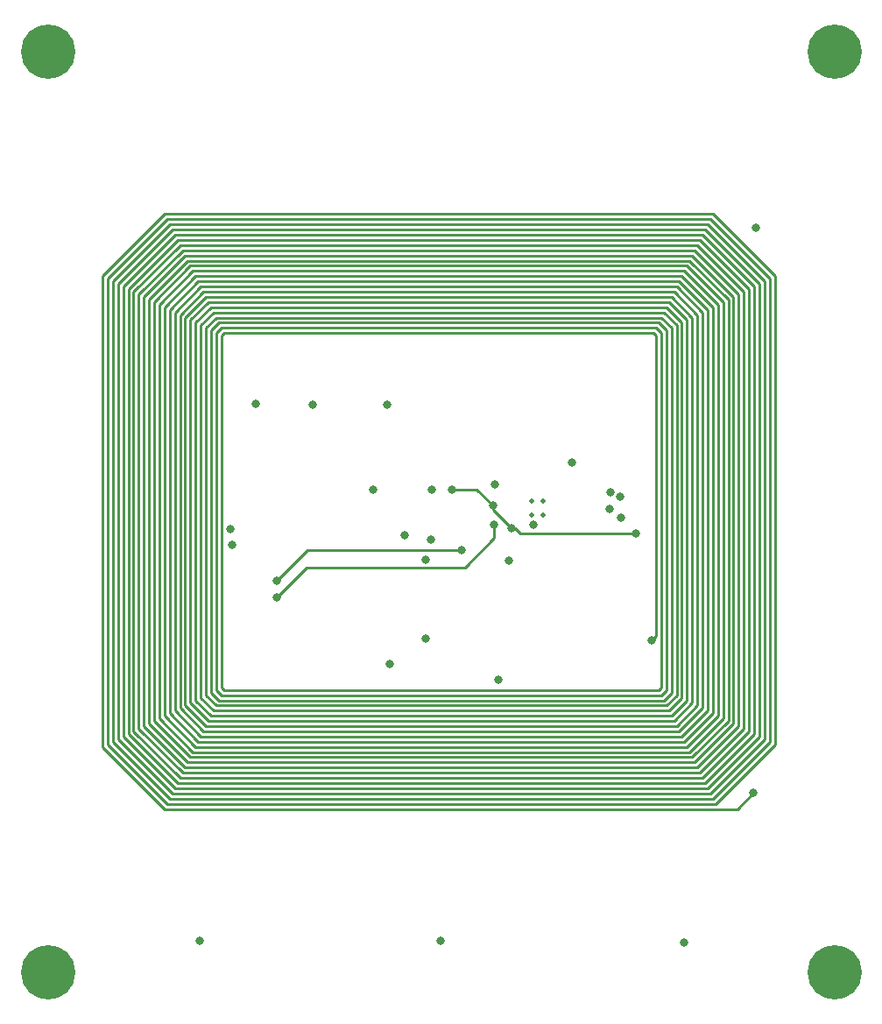
<source format=gbr>
%TF.GenerationSoftware,KiCad,Pcbnew,9.0.0*%
%TF.CreationDate,2025-04-09T20:42:11-07:00*%
%TF.ProjectId,xy_faces_v2,78795f66-6163-4657-935f-76322e6b6963,3.0*%
%TF.SameCoordinates,Original*%
%TF.FileFunction,Copper,L2,Inr*%
%TF.FilePolarity,Positive*%
%FSLAX46Y46*%
G04 Gerber Fmt 4.6, Leading zero omitted, Abs format (unit mm)*
G04 Created by KiCad (PCBNEW 9.0.0) date 2025-04-09 20:42:11*
%MOMM*%
%LPD*%
G01*
G04 APERTURE LIST*
%TA.AperFunction,ComponentPad*%
%ADD10C,5.250000*%
%TD*%
%TA.AperFunction,HeatsinkPad*%
%ADD11C,0.500000*%
%TD*%
%TA.AperFunction,ViaPad*%
%ADD12C,0.800000*%
%TD*%
%TA.AperFunction,Conductor*%
%ADD13C,0.250000*%
%TD*%
G04 APERTURE END LIST*
D10*
%TO.N,unconnected-(J2-Pin_1-Pad1)*%
%TO.C,J2*%
X106500000Y-70300000D03*
%TD*%
%TO.N,unconnected-(J3-Pin_1-Pad1)*%
%TO.C,J3*%
X106500000Y-159300000D03*
%TD*%
%TO.N,unconnected-(J4-Pin_1-Pad1)*%
%TO.C,J4*%
X182500000Y-70300000D03*
%TD*%
%TO.N,unconnected-(J5-Pin_1-Pad1)*%
%TO.C,J5*%
X182500000Y-159300000D03*
%TD*%
D11*
%TO.N,GND*%
%TO.C,U2*%
X154375000Y-115070000D03*
X154375000Y-113770000D03*
X153275000Y-115070000D03*
X153275000Y-113770000D03*
%TD*%
D12*
%TO.N,+3V3*%
X143500000Y-117500000D03*
%TO.N,GND*%
X151000000Y-119500000D03*
X141000000Y-117000000D03*
X143000000Y-119425000D03*
X150000000Y-131000000D03*
X139500000Y-129500000D03*
X143000000Y-127000000D03*
X168000000Y-156390000D03*
X160825000Y-112900000D03*
X157100000Y-110000000D03*
X144450000Y-156250000D03*
X153400000Y-116000000D03*
X149675000Y-112100000D03*
X121120000Y-156220000D03*
X124150000Y-116450000D03*
X137912500Y-112600000D03*
X160750000Y-114500000D03*
%TO.N,+3V3*%
X143600000Y-112600000D03*
X139300000Y-104410000D03*
X149500000Y-114160000D03*
X151300000Y-116400000D03*
X163300000Y-116900000D03*
X126600000Y-104300000D03*
X132050000Y-104410000D03*
X145500000Y-112600000D03*
%TO.N,VSOLAR*%
X124270000Y-118000000D03*
%TO.N,SDA*%
X146500000Y-118500000D03*
X128560000Y-121470000D03*
%TO.N,SCL*%
X128630000Y-123030000D03*
X149600000Y-115990000D03*
%TO.N,Net-(U3-OUT+)*%
X161890000Y-115330000D03*
X174680000Y-141950000D03*
X161820000Y-113350000D03*
X164800000Y-127190000D03*
X174900000Y-87350000D03*
%TD*%
D13*
%TO.N,+3V3*%
X149500000Y-114600000D02*
X149500000Y-114160000D01*
X145500000Y-112600000D02*
X147940000Y-112600000D01*
X151600000Y-116400000D02*
X152100000Y-116900000D01*
X152100000Y-116900000D02*
X163300000Y-116900000D01*
X147940000Y-112600000D02*
X149500000Y-114160000D01*
X151300000Y-116400000D02*
X149500000Y-114600000D01*
X151300000Y-116400000D02*
X151600000Y-116400000D01*
%TO.N,SDA*%
X146490000Y-118510000D02*
X131520000Y-118510000D01*
X146500000Y-118500000D02*
X146490000Y-118510000D01*
X131520000Y-118510000D02*
X128560000Y-121470000D01*
%TO.N,SCL*%
X146760000Y-120150000D02*
X131510000Y-120150000D01*
X131510000Y-120150000D02*
X128630000Y-123030000D01*
X149600000Y-117310000D02*
X146760000Y-120150000D01*
X149600000Y-115990000D02*
X149600000Y-117310000D01*
%TO.N,Net-(U3-OUT+)*%
X167750000Y-132750000D02*
X167750000Y-96500000D01*
X170750000Y-142500000D02*
X176250000Y-137000000D01*
X168250000Y-133000000D02*
X168250000Y-96250000D01*
X172250000Y-135000000D02*
X172250000Y-94250000D01*
X112750000Y-92500000D02*
X112750000Y-137000000D01*
X168500000Y-138000000D02*
X171750000Y-134750000D01*
X173750000Y-135750000D02*
X173750000Y-93500000D01*
X173250000Y-93750000D02*
X169000000Y-89500000D01*
X113750000Y-136500000D02*
X118750000Y-141500000D01*
X121250000Y-132750000D02*
X122500000Y-134000000D01*
X120000000Y-90500000D02*
X116250000Y-94250000D01*
X122750000Y-97500000D02*
X122750000Y-132000000D01*
X114250000Y-136250000D02*
X119000000Y-141000000D01*
X166000000Y-133000000D02*
X166750000Y-132250000D01*
X168750000Y-138500000D02*
X172250000Y-135000000D01*
X121500000Y-136000000D02*
X167500000Y-136000000D01*
X123500000Y-132000000D02*
X165500000Y-132000000D01*
X174750000Y-136250000D02*
X174750000Y-93000000D01*
X117750000Y-143500000D02*
X173130000Y-143500000D01*
X167250000Y-132500000D02*
X167250000Y-96750000D01*
X121000000Y-137000000D02*
X168000000Y-137000000D01*
X167750000Y-92000000D02*
X120750000Y-92000000D01*
X170750000Y-95000000D02*
X167750000Y-92000000D01*
X171250000Y-134500000D02*
X171250000Y-94750000D01*
X169250000Y-89000000D02*
X119250000Y-89000000D01*
X121500000Y-93500000D02*
X119250000Y-95750000D01*
X122000000Y-135000000D02*
X167000000Y-135000000D01*
X167000000Y-135000000D02*
X168750000Y-133250000D01*
X118750000Y-88000000D02*
X113750000Y-93000000D01*
X121750000Y-135500000D02*
X167250000Y-135500000D01*
X116750000Y-94500000D02*
X116750000Y-135000000D01*
X123500000Y-97500000D02*
X123250000Y-97750000D01*
X170250000Y-95250000D02*
X167500000Y-92500000D01*
X174250000Y-93250000D02*
X169500000Y-88500000D01*
X116250000Y-135250000D02*
X120000000Y-139000000D01*
X167750000Y-96500000D02*
X166250000Y-95000000D01*
X117750000Y-86000000D02*
X111750000Y-92000000D01*
X119750000Y-139500000D02*
X169250000Y-139500000D01*
X114250000Y-93250000D02*
X114250000Y-136250000D01*
X165250000Y-126740000D02*
X165250000Y-97750000D01*
X169500000Y-140000000D02*
X173750000Y-135750000D01*
X165000000Y-97500000D02*
X123500000Y-97500000D01*
X120250000Y-138500000D02*
X168750000Y-138500000D01*
X175250000Y-136500000D02*
X175250000Y-92750000D01*
X168000000Y-137000000D02*
X170750000Y-134250000D01*
X175750000Y-136750000D02*
X175750000Y-92500000D01*
X165250000Y-97000000D02*
X123250000Y-97000000D01*
X174250000Y-136000000D02*
X174250000Y-93250000D01*
X169000000Y-89500000D02*
X119500000Y-89500000D01*
X171750000Y-134750000D02*
X171750000Y-94500000D01*
X118250000Y-95250000D02*
X118250000Y-134250000D01*
X166250000Y-132000000D02*
X166250000Y-97250000D01*
X170250000Y-134000000D02*
X170250000Y-95250000D01*
X119000000Y-141000000D02*
X170000000Y-141000000D01*
X169750000Y-133750000D02*
X169750000Y-95500000D01*
X118500000Y-142000000D02*
X170500000Y-142000000D01*
X168750000Y-133250000D02*
X168750000Y-96000000D01*
X111750000Y-137500000D02*
X117750000Y-143500000D01*
X118750000Y-141500000D02*
X170250000Y-141500000D01*
X176250000Y-92250000D02*
X170500000Y-86500000D01*
X166250000Y-97250000D02*
X165500000Y-96500000D01*
X165750000Y-131750000D02*
X165750000Y-97500000D01*
X119000000Y-88500000D02*
X114250000Y-93250000D01*
X166000000Y-95500000D02*
X122500000Y-95500000D01*
X113750000Y-93000000D02*
X113750000Y-136500000D01*
X119250000Y-89000000D02*
X114750000Y-93500000D01*
X118000000Y-86500000D02*
X112250000Y-92250000D01*
X165750000Y-132500000D02*
X166250000Y-132000000D01*
X120000000Y-139000000D02*
X169000000Y-139000000D01*
X119500000Y-89500000D02*
X115250000Y-93750000D01*
X112750000Y-137000000D02*
X118250000Y-142500000D01*
X117250000Y-134750000D02*
X120500000Y-138000000D01*
X167250000Y-93000000D02*
X121250000Y-93000000D01*
X169000000Y-139000000D02*
X172750000Y-135250000D01*
X166750000Y-134500000D02*
X168250000Y-133000000D01*
X117750000Y-134500000D02*
X120750000Y-137500000D01*
X123250000Y-131750000D02*
X123500000Y-132000000D01*
X169250000Y-95750000D02*
X167000000Y-93500000D01*
X120500000Y-138000000D02*
X168500000Y-138000000D01*
X176750000Y-92000000D02*
X170750000Y-86000000D01*
X120250000Y-91000000D02*
X116750000Y-94500000D01*
X168750000Y-90000000D02*
X119750000Y-90000000D01*
X122000000Y-94500000D02*
X120250000Y-96250000D01*
X122250000Y-132250000D02*
X123000000Y-133000000D01*
X120750000Y-92000000D02*
X117750000Y-95000000D01*
X165500000Y-96500000D02*
X123000000Y-96500000D01*
X170500000Y-86500000D02*
X118000000Y-86500000D01*
X167250000Y-96750000D02*
X166000000Y-95500000D01*
X165750000Y-96000000D02*
X122750000Y-96000000D01*
X170000000Y-87500000D02*
X118500000Y-87500000D01*
X122750000Y-96000000D02*
X121750000Y-97000000D01*
X173750000Y-93500000D02*
X169250000Y-89000000D01*
X166750000Y-132250000D02*
X166750000Y-97000000D01*
X168250000Y-137500000D02*
X171250000Y-134500000D01*
X168250000Y-91000000D02*
X120250000Y-91000000D01*
X168500000Y-90500000D02*
X120000000Y-90500000D01*
X115250000Y-135750000D02*
X119500000Y-140000000D01*
X166500000Y-94500000D02*
X122000000Y-94500000D01*
X168000000Y-91500000D02*
X120500000Y-91500000D01*
X116750000Y-135000000D02*
X120250000Y-138500000D01*
X115250000Y-93750000D02*
X115250000Y-135750000D01*
X120750000Y-133000000D02*
X122250000Y-134500000D01*
X115750000Y-94000000D02*
X115750000Y-135500000D01*
X176750000Y-137250000D02*
X176750000Y-92000000D01*
X113250000Y-136750000D02*
X118500000Y-142000000D01*
X122750000Y-132000000D02*
X123250000Y-132500000D01*
X120500000Y-91500000D02*
X117250000Y-94750000D01*
X117750000Y-95000000D02*
X117750000Y-134500000D01*
X119250000Y-133750000D02*
X121500000Y-136000000D01*
X120250000Y-96250000D02*
X120250000Y-133250000D01*
X118750000Y-95500000D02*
X118750000Y-134000000D01*
X171000000Y-143000000D02*
X176750000Y-137250000D01*
X170250000Y-141500000D02*
X175250000Y-136500000D01*
X123000000Y-133000000D02*
X166000000Y-133000000D01*
X119750000Y-133500000D02*
X121750000Y-135500000D01*
X169500000Y-88500000D02*
X119000000Y-88500000D01*
X118750000Y-134000000D02*
X121250000Y-136500000D01*
X112250000Y-92250000D02*
X112250000Y-137250000D01*
X166250000Y-95000000D02*
X122250000Y-95000000D01*
X170500000Y-142000000D02*
X175750000Y-136750000D01*
X115750000Y-135500000D02*
X119750000Y-139500000D01*
X119500000Y-140000000D02*
X169500000Y-140000000D01*
X172750000Y-94000000D02*
X168750000Y-90000000D01*
X120250000Y-133250000D02*
X122000000Y-135000000D01*
X121750000Y-97000000D02*
X121750000Y-132500000D01*
X123250000Y-97000000D02*
X122750000Y-97500000D01*
X170000000Y-141000000D02*
X174750000Y-136250000D01*
X122250000Y-97250000D02*
X122250000Y-132250000D01*
X167500000Y-92500000D02*
X121000000Y-92500000D01*
X166750000Y-94000000D02*
X121750000Y-94000000D01*
X170750000Y-86000000D02*
X117750000Y-86000000D01*
X121000000Y-92500000D02*
X118250000Y-95250000D01*
X176250000Y-137000000D02*
X176250000Y-92250000D01*
X121750000Y-132500000D02*
X122750000Y-133500000D01*
X119250000Y-95750000D02*
X119250000Y-133750000D01*
X169250000Y-133500000D02*
X169250000Y-95750000D01*
X167250000Y-135500000D02*
X169250000Y-133500000D01*
X172250000Y-94250000D02*
X168500000Y-90500000D01*
X118250000Y-134250000D02*
X121000000Y-137000000D01*
X121250000Y-96750000D02*
X121250000Y-132750000D01*
X165500000Y-132000000D02*
X165750000Y-131750000D01*
X175250000Y-92750000D02*
X170000000Y-87500000D01*
X121250000Y-93000000D02*
X118750000Y-95500000D01*
X168750000Y-96000000D02*
X166750000Y-94000000D01*
X116250000Y-94250000D02*
X116250000Y-135250000D01*
X123000000Y-96500000D02*
X122250000Y-97250000D01*
X111750000Y-92000000D02*
X111750000Y-137500000D01*
X169750000Y-88000000D02*
X118750000Y-88000000D01*
X122250000Y-95000000D02*
X120750000Y-96500000D01*
X170250000Y-87000000D02*
X118250000Y-87000000D01*
X121750000Y-94000000D02*
X119750000Y-96000000D01*
X166250000Y-133500000D02*
X167250000Y-132500000D01*
X173250000Y-135500000D02*
X173250000Y-93750000D01*
X119750000Y-90000000D02*
X115750000Y-94000000D01*
X172750000Y-135250000D02*
X172750000Y-94000000D01*
X118500000Y-87500000D02*
X113250000Y-92750000D01*
X114750000Y-93500000D02*
X114750000Y-136000000D01*
X122500000Y-95500000D02*
X121250000Y-96750000D01*
X118250000Y-87000000D02*
X112750000Y-92500000D01*
X122250000Y-134500000D02*
X166750000Y-134500000D01*
X173130000Y-143500000D02*
X174680000Y-141950000D01*
X122500000Y-134000000D02*
X166500000Y-134000000D01*
X113250000Y-92750000D02*
X113250000Y-136750000D01*
X114750000Y-136000000D02*
X119250000Y-140500000D01*
X121250000Y-136500000D02*
X167750000Y-136500000D01*
X169750000Y-140500000D02*
X174250000Y-136000000D01*
X169250000Y-139500000D02*
X173250000Y-135500000D01*
X122750000Y-133500000D02*
X166250000Y-133500000D01*
X123250000Y-132500000D02*
X165750000Y-132500000D01*
X166500000Y-134000000D02*
X167750000Y-132750000D01*
X167000000Y-93500000D02*
X121500000Y-93500000D01*
X165250000Y-97750000D02*
X165000000Y-97500000D01*
X174750000Y-93000000D02*
X169750000Y-88000000D01*
X123250000Y-97750000D02*
X123250000Y-131750000D01*
X167500000Y-136000000D02*
X169750000Y-133750000D01*
X118250000Y-142500000D02*
X170750000Y-142500000D01*
X170750000Y-134250000D02*
X170750000Y-95000000D01*
X120750000Y-137500000D02*
X168250000Y-137500000D01*
X168250000Y-96250000D02*
X166500000Y-94500000D01*
X167750000Y-136500000D02*
X170250000Y-134000000D01*
X166750000Y-97000000D02*
X165750000Y-96000000D01*
X119750000Y-96000000D02*
X119750000Y-133500000D01*
X165750000Y-97500000D02*
X165250000Y-97000000D01*
X171250000Y-94750000D02*
X168000000Y-91500000D01*
X118000000Y-143000000D02*
X171000000Y-143000000D01*
X117250000Y-94750000D02*
X117250000Y-134750000D01*
X175750000Y-92500000D02*
X170250000Y-87000000D01*
X112250000Y-137250000D02*
X118000000Y-143000000D01*
X171750000Y-94500000D02*
X168250000Y-91000000D01*
X119250000Y-140500000D02*
X169750000Y-140500000D01*
X120750000Y-96500000D02*
X120750000Y-133000000D01*
X164800000Y-127190000D02*
X165250000Y-126740000D01*
X169750000Y-95500000D02*
X167250000Y-93000000D01*
%TD*%
M02*

</source>
